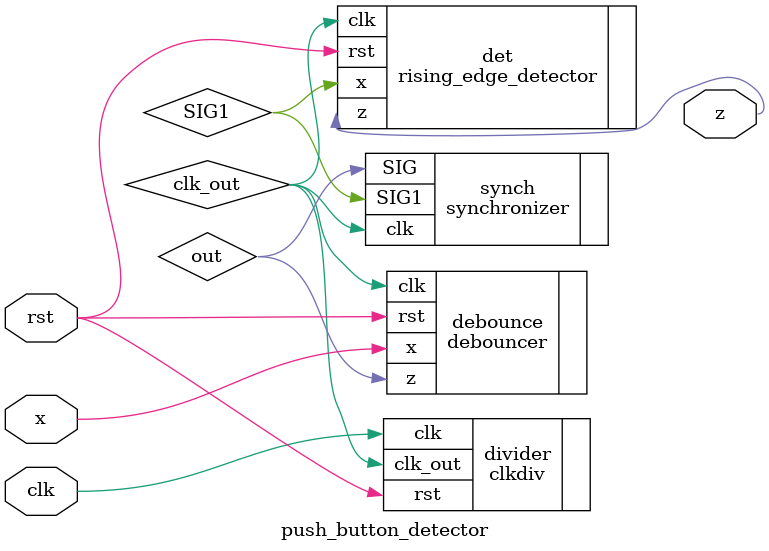
<source format=v>
`timescale 1ns / 1ps


module push_button_detector(clk,rst,x,z);
input clk;
input rst;
input x;
output z;
wire out;
wire SIG1 ;
wire clk_out ;
clkdiv #(250000)divider(.clk(clk), .rst(rst), .clk_out(clk_out));
debouncer debounce(.clk(clk_out), .rst(rst), .x(x), .z(out));
synchronizer synch(.clk(clk_out), .SIG(out), .SIG1(SIG1));
rising_edge_detector det(.clk(clk_out),.rst(rst), .x(SIG1), .z(z));

endmodule
</source>
